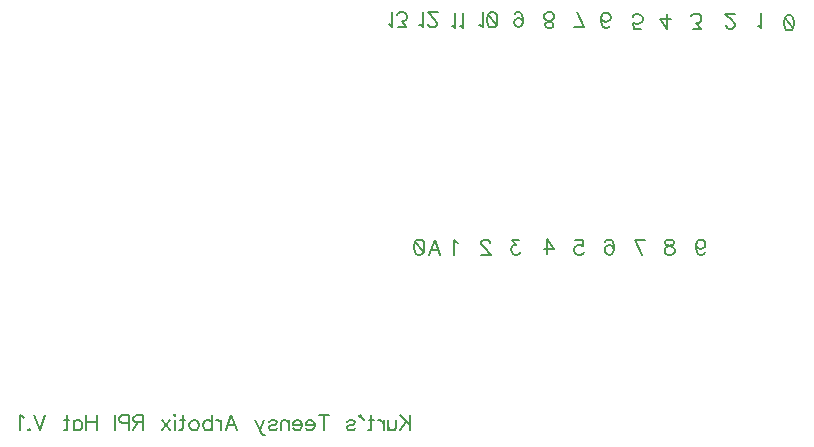
<source format=gbo>
G04 DipTrace 3.0.0.0*
G04 TeensyArbotixProRPI.gbo*
%MOIN*%
G04 #@! TF.FileFunction,Legend,Bot*
G04 #@! TF.Part,Single*
%ADD124C,0.00772*%
%ADD126C,0.007*%
%FSLAX26Y26*%
G04*
G70*
G90*
G75*
G01*
G04 BotSilk*
%LPD*%
X2356721Y533863D2*
D126*
Y483623D1*
X2323228Y533863D2*
X2356721Y500370D1*
X2344783Y512363D2*
X2323228Y483623D1*
X2309228Y517117D2*
Y493185D1*
X2306852Y486055D1*
X2302043Y483623D1*
X2294858D1*
X2290105Y486055D1*
X2282920Y493185D1*
Y517117D2*
Y483623D1*
X2268920Y517117D2*
Y483623D1*
Y502747D2*
X2266488Y509932D1*
X2261735Y514740D1*
X2256926Y517117D1*
X2249741D1*
X2228556Y533863D2*
Y493185D1*
X2226180Y486055D1*
X2221371Y483623D1*
X2216618D1*
X2235741Y517117D2*
X2218995D1*
X2190625Y533808D2*
X2202618Y519438D1*
X2188248Y531431D1*
X2190625Y533808D1*
X2147940Y509932D2*
X2150316Y514740D1*
X2157501Y517117D1*
X2164686D1*
X2171871Y514740D1*
X2174248Y509932D1*
X2171871Y505178D1*
X2167063Y502747D1*
X2155125Y500370D1*
X2150316Y497993D1*
X2147940Y493185D1*
Y490808D1*
X2150316Y486055D1*
X2157501Y483623D1*
X2164686D1*
X2171871Y486055D1*
X2174248Y490808D1*
X2070031Y533863D2*
Y483623D1*
X2086778Y533863D2*
X2053285D1*
X2039285Y502747D2*
X2010600D1*
Y507555D1*
X2012976Y512363D1*
X2015353Y514740D1*
X2020161Y517117D1*
X2027346D1*
X2032100Y514740D1*
X2036908Y509932D1*
X2039285Y502747D1*
Y497993D1*
X2036908Y490808D1*
X2032100Y486055D1*
X2027346Y483623D1*
X2020161D1*
X2015353Y486055D1*
X2010600Y490808D1*
X1996600Y502747D2*
X1967915D1*
Y507555D1*
X1970291Y512363D1*
X1972668Y514740D1*
X1977476Y517117D1*
X1984662D1*
X1989415Y514740D1*
X1994223Y509932D1*
X1996600Y502747D1*
Y497993D1*
X1994223Y490808D1*
X1989415Y486055D1*
X1984662Y483623D1*
X1977476D1*
X1972668Y486055D1*
X1967915Y490808D1*
X1953915Y517117D2*
Y483623D1*
Y507555D2*
X1946730Y514740D1*
X1941921Y517117D1*
X1934792D1*
X1929983Y514740D1*
X1927607Y507555D1*
Y483623D1*
X1887298Y509932D2*
X1889675Y514740D1*
X1896860Y517117D1*
X1904045D1*
X1911230Y514740D1*
X1913607Y509932D1*
X1911230Y505178D1*
X1906422Y502747D1*
X1894483Y500370D1*
X1889675Y497993D1*
X1887298Y493185D1*
Y490808D1*
X1889675Y486055D1*
X1896860Y483623D1*
X1904045D1*
X1911230Y486055D1*
X1913607Y490808D1*
X1870866Y517117D2*
X1856552Y483623D1*
X1861305Y474062D1*
X1866113Y469253D1*
X1870866Y466877D1*
X1873298D1*
X1842182Y517117D2*
X1856552Y483623D1*
X1742718D2*
X1761897Y533863D1*
X1781020Y483623D1*
X1773835Y500370D2*
X1749903D1*
X1728718Y517117D2*
Y483623D1*
Y502747D2*
X1726286Y509932D1*
X1721533Y514740D1*
X1716725Y517117D1*
X1709539D1*
X1695539Y533863D2*
Y483623D1*
Y509932D2*
X1690731Y514740D1*
X1685978Y517117D1*
X1678793D1*
X1674040Y514740D1*
X1669231Y509932D1*
X1666855Y502747D1*
Y497993D1*
X1669231Y490808D1*
X1674040Y486055D1*
X1678793Y483623D1*
X1685978D1*
X1690731Y486055D1*
X1695539Y490808D1*
X1640916Y517117D2*
X1645670Y514740D1*
X1650478Y509932D1*
X1652855Y502747D1*
Y497993D1*
X1650478Y490808D1*
X1645670Y486055D1*
X1640916Y483623D1*
X1633731D1*
X1628923Y486055D1*
X1624170Y490808D1*
X1621738Y497993D1*
Y502747D1*
X1624170Y509932D1*
X1628923Y514740D1*
X1633731Y517117D1*
X1640916D1*
X1600553Y533863D2*
Y493185D1*
X1598176Y486055D1*
X1593368Y483623D1*
X1588615D1*
X1607738Y517117D2*
X1590991D1*
X1574615Y533863D2*
X1572238Y531487D1*
X1569806Y533863D1*
X1572238Y536295D1*
X1574615Y533863D1*
X1572238Y517117D2*
Y483623D1*
X1555806Y517117D2*
X1529498Y483623D1*
Y517117D2*
X1555806Y483623D1*
X1468336Y509932D2*
X1446836D1*
X1439651Y512363D1*
X1437219Y514740D1*
X1434843Y519493D1*
Y524302D1*
X1437219Y529055D1*
X1439651Y531487D1*
X1446836Y533863D1*
X1468336D1*
Y483623D1*
X1451589Y509932D2*
X1434843Y483623D1*
X1420843Y507555D2*
X1399288D1*
X1392158Y509932D1*
X1389726Y512363D1*
X1387349Y517117D1*
Y524302D1*
X1389726Y529055D1*
X1392158Y531487D1*
X1399288Y533863D1*
X1420843D1*
Y483623D1*
X1373349Y533863D2*
Y483623D1*
X1312188Y533863D2*
Y483623D1*
X1278694Y533863D2*
Y483623D1*
X1312188Y509932D2*
X1278694D1*
X1236009Y517117D2*
Y483623D1*
Y509932D2*
X1240763Y514740D1*
X1245571Y517117D1*
X1252701D1*
X1257509Y514740D1*
X1262263Y509932D1*
X1264694Y502747D1*
Y497993D1*
X1262263Y490808D1*
X1257509Y486055D1*
X1252701Y483623D1*
X1245571D1*
X1240763Y486055D1*
X1236009Y490808D1*
X1214824Y533863D2*
Y493185D1*
X1212448Y486055D1*
X1207639Y483623D1*
X1202886D1*
X1222009Y517117D2*
X1205263D1*
X1141725Y533863D2*
X1122601Y483623D1*
X1103478Y533863D1*
X1087101Y488432D2*
X1089478Y486000D1*
X1087101Y483623D1*
X1084670Y486000D1*
X1087101Y488432D1*
X1070670Y524246D2*
X1065861Y526678D1*
X1058676Y533808D1*
Y483623D1*
X2516102Y1108830D2*
D124*
X2511293Y1111262D1*
X2504108Y1118392D1*
Y1068207D1*
X2624170Y1107454D2*
Y1109830D1*
X2621793Y1114639D1*
X2619416Y1117015D1*
X2614608Y1119392D1*
X2605046D1*
X2600293Y1117015D1*
X2597917Y1114639D1*
X2595485Y1109830D1*
Y1105077D1*
X2597917Y1100269D1*
X2602670Y1093139D1*
X2626601Y1069207D1*
X2593108D1*
X2721793Y1119392D2*
X2695540D1*
X2709855Y1100269D1*
X2702670D1*
X2697917Y1097892D1*
X2695540Y1095515D1*
X2693108Y1088330D1*
Y1083577D1*
X2695540Y1076392D1*
X2700293Y1071584D1*
X2707478Y1069207D1*
X2714663D1*
X2721793Y1071584D1*
X2724170Y1074015D1*
X2726601Y1078769D1*
X3008172Y1112262D2*
X3010549Y1117015D1*
X3017734Y1119392D1*
X3022487D1*
X3029672Y1117015D1*
X3034481Y1109830D1*
X3036857Y1097892D1*
Y1085954D1*
X3034481Y1076392D1*
X3029672Y1071584D1*
X3022487Y1069207D1*
X3020111D1*
X3012981Y1071584D1*
X3008172Y1076392D1*
X3005796Y1083577D1*
Y1085954D1*
X3008172Y1093139D1*
X3012981Y1097892D1*
X3020111Y1100269D1*
X3022487D1*
X3029672Y1097892D1*
X3034481Y1093139D1*
X3036857Y1085954D1*
X3129727Y1069207D2*
X3105796Y1119392D1*
X3139289D1*
X3227296D2*
X3234425Y1117015D1*
X3236857Y1112262D1*
Y1107454D1*
X3234425Y1102700D1*
X3229672Y1100269D1*
X3220111Y1097892D1*
X3212925Y1095515D1*
X3208172Y1090707D1*
X3205796Y1085954D1*
Y1078769D1*
X3208172Y1074015D1*
X3210549Y1071584D1*
X3217734Y1069207D1*
X3227296D1*
X3234425Y1071584D1*
X3236857Y1074015D1*
X3239234Y1078769D1*
Y1085954D1*
X3236857Y1090707D1*
X3232049Y1095515D1*
X3224919Y1097892D1*
X3215357Y1100269D1*
X3210549Y1102700D1*
X3208172Y1107454D1*
Y1112262D1*
X3210549Y1117015D1*
X3217734Y1119392D1*
X3227296D1*
X3310796Y1102700D2*
X3313228Y1095515D1*
X3317981Y1090707D1*
X3325166Y1088330D1*
X3327542D1*
X3334727Y1090707D1*
X3339481Y1095515D1*
X3341912Y1102700D1*
Y1105077D1*
X3339481Y1112262D1*
X3334727Y1117015D1*
X3327542Y1119392D1*
X3325166D1*
X3317981Y1117015D1*
X3313228Y1112262D1*
X3310796Y1102700D1*
Y1090707D1*
X3313228Y1078769D1*
X3317981Y1071584D1*
X3325166Y1069207D1*
X3329919D1*
X3337104Y1071584D1*
X3339481Y1076392D1*
X2420041Y1069207D2*
X2439219Y1119447D1*
X2458342Y1069207D1*
X2451157Y1085954D2*
X2427226D1*
X2390231Y1119392D2*
X2397416Y1117015D1*
X2402225Y1109830D1*
X2404601Y1097892D1*
Y1090707D1*
X2402225Y1078769D1*
X2397416Y1071584D1*
X2390231Y1069207D1*
X2385478D1*
X2378293Y1071584D1*
X2373540Y1078769D1*
X2371108Y1090707D1*
Y1097892D1*
X2373540Y1109830D1*
X2378293Y1117015D1*
X2385478Y1119392D1*
X2390231D1*
X2373540Y1109830D2*
X2402225Y1078769D1*
X2814292Y1072573D2*
Y1122758D1*
X2838223Y1089320D1*
X2802353D1*
X2908536Y1118032D2*
X2932412D1*
X2934789Y1096532D1*
X2932412Y1098909D1*
X2925227Y1101341D1*
X2918098D1*
X2910913Y1098909D1*
X2906104Y1094156D1*
X2903727Y1086971D1*
Y1082218D1*
X2906104Y1075032D1*
X2910913Y1070224D1*
X2918098Y1067847D1*
X2925227D1*
X2932412Y1070224D1*
X2934789Y1072656D1*
X2937221Y1077409D1*
X3515600Y1832487D2*
X3520408Y1830055D1*
X3527593Y1822925D1*
Y1873110D1*
X3410756Y1834572D2*
Y1832195D1*
X3413133Y1827387D1*
X3415509Y1825010D1*
X3420318Y1822634D1*
X3429879D1*
X3434632Y1825010D1*
X3437009Y1827387D1*
X3439441Y1832195D1*
Y1836948D1*
X3437009Y1841757D1*
X3432256Y1848887D1*
X3408324Y1872818D1*
X3441817D1*
X3300068Y1822634D2*
X3326321D1*
X3312006Y1841757D1*
X3319192D1*
X3323945Y1844133D1*
X3326321Y1846510D1*
X3328753Y1853695D1*
Y1858448D1*
X3326321Y1865633D1*
X3321568Y1870442D1*
X3314383Y1872818D1*
X3307198D1*
X3300068Y1870442D1*
X3297692Y1868010D1*
X3295260Y1863257D1*
X3023269Y1832346D2*
X3020892Y1827593D1*
X3013707Y1825216D1*
X3008954D1*
X3001769Y1827593D1*
X2996961Y1834778D1*
X2994584Y1846716D1*
Y1858654D1*
X2996961Y1868216D1*
X3001769Y1873024D1*
X3008954Y1875401D1*
X3011331D1*
X3018460Y1873024D1*
X3023269Y1868216D1*
X3025646Y1861031D1*
Y1858654D1*
X3023269Y1851469D1*
X3018460Y1846716D1*
X3011331Y1844340D1*
X3008954D1*
X3001769Y1846716D1*
X2996961Y1851469D1*
X2994584Y1858654D1*
X2913768Y1877551D2*
X2937699Y1827366D1*
X2904206D1*
X2815993Y1826075D2*
X2808864Y1828451D1*
X2806432Y1833204D1*
Y1838013D1*
X2808864Y1842766D1*
X2813617Y1845198D1*
X2823178Y1847574D1*
X2830364Y1849951D1*
X2835117Y1854759D1*
X2837493Y1859513D1*
Y1866698D1*
X2835117Y1871451D1*
X2832740Y1873883D1*
X2825555Y1876259D1*
X2815994D1*
X2808864Y1873883D1*
X2806432Y1871451D1*
X2804055Y1866698D1*
Y1859513D1*
X2806432Y1854759D1*
X2811240Y1849951D1*
X2818370Y1847574D1*
X2827932Y1845198D1*
X2832740Y1842766D1*
X2835117Y1838013D1*
Y1833204D1*
X2832740Y1828451D1*
X2825555Y1826075D1*
X2815993D1*
X2734211Y1844057D2*
X2731779Y1851242D1*
X2727026Y1856051D1*
X2719841Y1858427D1*
X2717464D1*
X2710279Y1856051D1*
X2705526Y1851242D1*
X2703094Y1844057D1*
Y1841681D1*
X2705526Y1834496D1*
X2710279Y1829743D1*
X2717464Y1827366D1*
X2719841D1*
X2727026Y1829742D1*
X2731779Y1834496D1*
X2734211Y1844057D1*
Y1856051D1*
X2731779Y1867989D1*
X2727026Y1875174D1*
X2719841Y1877551D1*
X2715088D1*
X2707903Y1875174D1*
X2705526Y1870366D1*
X3215374Y1872312D2*
Y1822127D1*
X3191442Y1855565D1*
X3227312D1*
X3127807Y1821274D2*
X3103930D1*
X3101554Y1842774D1*
X3103930Y1840397D1*
X3111116Y1837965D1*
X3118245D1*
X3125430Y1840397D1*
X3130239Y1845150D1*
X3132615Y1852335D1*
Y1857089D1*
X3130239Y1864274D1*
X3125430Y1869082D1*
X3118245Y1871459D1*
X3111116D1*
X3103931Y1869082D1*
X3101554Y1866650D1*
X3099122Y1861897D1*
X3617598Y1816235D2*
X3610413Y1818611D1*
X3605605Y1825796D1*
X3603228Y1837735D1*
Y1844920D1*
X3605605Y1856858D1*
X3610413Y1864043D1*
X3617598Y1866419D1*
X3622352D1*
X3629537Y1864043D1*
X3634290Y1856858D1*
X3636722Y1844920D1*
Y1837734D1*
X3634290Y1825796D1*
X3629537Y1818611D1*
X3622352Y1816235D1*
X3617598D1*
X3634290Y1825796D2*
X3605605Y1856858D1*
X2587139Y1836080D2*
X2591948Y1833648D1*
X2599133Y1826518D1*
Y1876703D1*
X2628942Y1826518D2*
X2621757Y1828895D1*
X2616949Y1836080D1*
X2614572Y1848018D1*
Y1855203D1*
X2616949Y1867141D1*
X2621757Y1874326D1*
X2628942Y1876703D1*
X2633695D1*
X2640880Y1874326D1*
X2645634Y1867141D1*
X2648065Y1855203D1*
Y1848018D1*
X2645634Y1836080D1*
X2640880Y1828895D1*
X2633695Y1826518D1*
X2628942D1*
X2645634Y1836080D2*
X2616949Y1867141D1*
X2495566Y1832514D2*
X2500374Y1830082D1*
X2507559Y1822953D1*
Y1873137D1*
X2522998Y1832514D2*
X2527807Y1830082D1*
X2534992Y1822952D1*
Y1873137D1*
X2388209Y1835823D2*
X2393017Y1833391D1*
X2400202Y1826261D1*
X2400203Y1876446D1*
X2418074Y1838199D2*
Y1835823D1*
X2420450Y1831014D1*
X2422827Y1828638D1*
X2427635Y1826261D1*
X2437197D1*
X2441950Y1828637D1*
X2444327Y1831014D1*
X2446758Y1835823D1*
Y1840576D1*
X2444327Y1845384D1*
X2439573Y1852514D1*
X2415642Y1876446D1*
X2449135D1*
X2286269Y1837680D2*
X2291078Y1835248D1*
X2298263Y1828118D1*
Y1878303D1*
X2318511Y1828118D2*
X2344764D1*
X2330449Y1847241D1*
X2337634D1*
X2342387Y1849618D1*
X2344764Y1851994D1*
X2347195Y1859179D1*
Y1863933D1*
X2344764Y1871118D1*
X2340010Y1875926D1*
X2332825Y1878303D1*
X2325640D1*
X2318511Y1875926D1*
X2316134Y1873494D1*
X2313702Y1868741D1*
M02*

</source>
